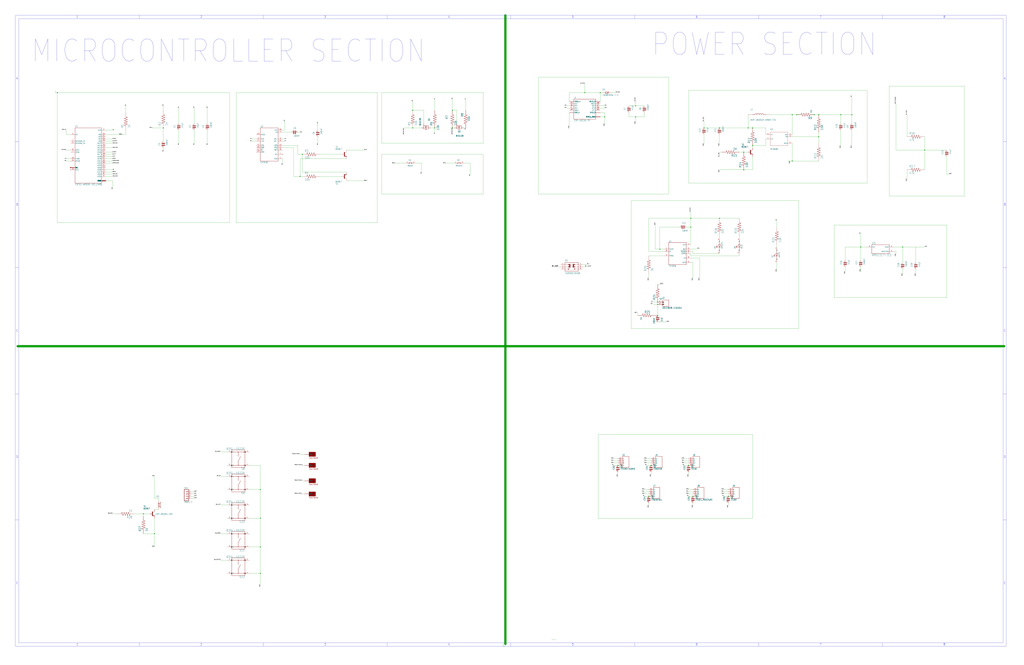
<source format=kicad_sch>
(kicad_sch (version 20231120) (generator "eeschema") (generator_version "8.0")
  (paper "User" 1178.56 765.886)
  (junction (at 673.1 106.68))
  (junction (at 942.34 157.48))
  (junction (at 187.96 147.32))
  (junction (at 299.72 596.9))
  (junction (at 937.26 132.08))
  (junction (at 759.46 287.02))
  (junction (at 756.92 363.22))
  (junction (at 866.14 167.64))
  (junction (at 756.92 347.98))
  (junction (at 911.86 185.42))
  (junction (at 474.98 127))
  (junction (at 855.98 195.58))
  (junction (at 911.86 132.08))
  (junction (at 795.02 251.46))
  (junction (at 866.14 147.32))
  (junction (at 500.38 147.32))
  (junction (at 731.52 121.92))
  (junction (at 711.2 535.94))
  (junction (at 347.98 177.8))
  (junction (at 797.56 571.5))
  (junction (at 861.06 147.32))
  (junction (at 990.6 284.48))
  (junction (at 299.72 629.92))
  (junction (at 520.7 147.32))
  (junction (at 1064.26 172.72))
  (junction (at 810.26 147.32))
  (junction (at 66.04 106.68))
  (junction (at 299.72 563.88))
  (junction (at 474.98 147.32))
  (junction (at 749.3 535.94))
  (junction (at 177.8 614.68))
  (junction (at 756.92 350.52))
  (junction (at 1038.86 284.48))
  (junction (at 299.72 660.4))
  (junction (at 828.04 251.46))
  (junction (at 942.34 132.08))
  (junction (at 690.88 106.68))
  (junction (at 967.74 132.08))
  (junction (at 731.52 134.62))
  (junction (at 695.96 134.62))
  (junction (at 795.02 261.62))
  (junction (at 855.98 175.26))
  (junction (at 916.94 132.08))
  (junction (at 838.2 571.5))
  (junction (at 345.44 203.2))
  (junction (at 828.04 147.32))
  (junction (at 746.76 571.5))
  (junction (at 520.7 127))
  (junction (at 980.44 132.08))
  (junction (at 165.1 591.82))
  (junction (at 792.48 535.94))
  (wire (pts (xy 1155.7 398.78) (xy 20.32 398.78)) (stroke (width 2.54)))
  (wire (pts (xy 795.02 287.02) (xy 802.64 287.02)) (stroke (width 0.1524)))
  (wire (pts (xy 121.92 200.66) (xy 129.54 200.66)) (stroke (width 0.1524)))
  (wire (pts (xy 756.92 363.22) (xy 756.92 350.52)) (stroke (width 0.1524)))
  (wire (pts (xy 121.92 198.12) (xy 129.54 198.12)) (stroke (width 0.1524)))
  (wire (pts (xy 350.52 523.24) (xy 345.44 523.24)) (stroke (width 0.1524)))
  (polyline (pts (xy 17.78 163.068) (xy 21.59 163.068)))
  (wire (pts (xy 645.16 307.34) (xy 642.62 307.34)) (stroke (width 0.1524)))
  (wire (pts (xy 325.12 170.18) (xy 337.82 170.18)) (stroke (width 0.1524)))
  (wire (pts (xy 746.76 571.5) (xy 741.68 571.5)) (stroke (width 0.1524)))
  (wire (pts (xy 63.5 104.14) (xy 63.5 106.68)) (stroke (width 0.1524)))
  (wire (pts (xy 688.34 596.9) (xy 688.34 500.38)) (stroke (width 0.1524)))
  (wire (pts (xy 63.5 106.68) (xy 66.04 106.68)) (stroke (width 0.1524)))
  (wire (pts (xy 731.52 121.92) (xy 731.52 116.84)) (stroke (width 0.1524)))
  (wire (pts (xy 271.78 106.68) (xy 434.34 106.68)) (stroke (width 0.1524)))
  (wire (pts (xy 1109.98 99.06) (xy 1023.62 99.06)) (stroke (width 0.1524)))
  (wire (pts (xy 911.86 185.42) (xy 942.34 185.42)) (stroke (width 0.1524)))
  (wire (pts (xy 525.78 127) (xy 520.7 127)) (stroke (width 0.1524)))
  (wire (pts (xy 121.92 203.2) (xy 129.54 203.2)) (stroke (width 0.1524)))
  (wire (pts (xy 838.2 571.5) (xy 833.12 571.5)) (stroke (width 0.1524)))
  (wire (pts (xy 337.82 203.2) (xy 345.44 203.2)) (stroke (width 0.1524)))
  (wire (pts (xy 121.92 154.94) (xy 144.78 154.94)) (stroke (width 0.1524)))
  (wire (pts (xy 746.76 314.96) (xy 746.76 320.04)) (stroke (width 0.1524)))
  (wire (pts (xy 220.98 574.04) (xy 223.52 574.04)) (stroke (width 0.1524)))
  (wire (pts (xy 1043.94 195.58) (xy 1043.94 205.74)) (stroke (width 0.1524)))
  (wire (pts (xy 368.3 177.8) (xy 393.7 177.8)) (stroke (width 0.1524)))
  (wire (pts (xy 866.14 500.38) (xy 866.14 596.9)) (stroke (width 0.1524)))
  (wire (pts (xy 764.54 294.64) (xy 746.76 294.64)) (stroke (width 0.1524)))
  (polyline (pts (xy 588.01 17.78) (xy 588.01 21.59)))
  (wire (pts (xy 134.62 591.82) (xy 129.54 591.82)) (stroke (width 0.1524)))
  (polyline (pts (xy 1015.6825 740.41) (xy 1015.6825 744.22)))
  (wire (pts (xy 398.78 172.72) (xy 419.1 172.72)) (stroke (width 0.1524)))
  (wire (pts (xy 439.42 223.52) (xy 439.42 177.8)) (stroke (width 0.1524)))
  (wire (pts (xy 795.02 302.26) (xy 797.56 302.26)) (stroke (width 0.1524)))
  (wire (pts (xy 795.02 292.1) (xy 795.02 294.64)) (stroke (width 0.1524)))
  (wire (pts (xy 911.86 154.94) (xy 911.86 132.08)) (stroke (width 0.1524)))
  (wire (pts (xy 261.62 614.68) (xy 254 614.68)) (stroke (width 0.1524)))
  (wire (pts (xy 350.52 553.72) (xy 347.98 553.72)) (stroke (width 0.1524)))
  (wire (pts (xy 165.1 594.36) (xy 165.1 591.82)) (stroke (width 0.1524)))
  (wire (pts (xy 731.52 121.92) (xy 741.68 121.92)) (stroke (width 0.1524)))
  (wire (pts (xy 238.76 149.86) (xy 238.76 165.1)) (stroke (width 0.1524)))
  (wire (pts (xy 797.56 571.5) (xy 792.48 571.5)) (stroke (width 0.1524)))
  (wire (pts (xy 556.26 223.52) (xy 439.42 223.52)) (stroke (width 0.1524)))
  (wire (pts (xy 690.88 129.54) (xy 695.96 129.54)) (stroke (width 0.1524)))
  (wire (pts (xy 731.52 134.62) (xy 741.68 134.62)) (stroke (width 0.1524)))
  (wire (pts (xy 342.9 167.64) (xy 342.9 177.8)) (stroke (width 0.1524)))
  (wire (pts (xy 789.94 261.62) (xy 795.02 261.62)) (stroke (width 0.1524)))
  (wire (pts (xy 990.6 284.48) (xy 972.82 284.48)) (stroke (width 0.1524)))
  (wire (pts (xy 1054.1 302.26) (xy 1054.1 284.48)) (stroke (width 0.1524)))
  (wire (pts (xy 960.12 342.9) (xy 960.12 259.08)) (stroke (width 0.1524)))
  (polyline (pts (xy 1154.43 453.644) (xy 1158.24 453.644)))
  (wire (pts (xy 990.6 299.72) (xy 990.6 284.48)) (stroke (width 0.1524)))
  (wire (pts (xy 881.38 154.94) (xy 881.38 147.32)) (stroke (width 0.1524)))
  (wire (pts (xy 187.96 162.56) (xy 187.96 147.32)) (stroke (width 0.1524)))
  (wire (pts (xy 980.44 149.86) (xy 980.44 167.64)) (stroke (width 0.1524)))
  (wire (pts (xy 520.7 127) (xy 520.7 114.3)) (stroke (width 0.1524)))
  (wire (pts (xy 581.66 741.68) (xy 579.12 741.68)) (stroke (width 0.1524)))
  (wire (pts (xy 619.76 223.52) (xy 619.76 88.9)) (stroke (width 0.1524)))
  (polyline (pts (xy 17.78 308.356) (xy 21.59 308.356)))
  (wire (pts (xy 520.7 147.32) (xy 523.24 147.32)) (stroke (width 0.1524)))
  (wire (pts (xy 398.78 182.88) (xy 345.44 182.88)) (stroke (width 0.1524)))
  (wire (pts (xy 792.48 535.94) (xy 787.4 535.94)) (stroke (width 0.1524)))
  (wire (pts (xy 916.94 132.08) (xy 922.02 132.08)) (stroke (width 0.1524)))
  (wire (pts (xy 723.9 129.54) (xy 723.9 134.62)) (stroke (width 0.1524)))
  (wire (pts (xy 972.82 307.34) (xy 972.82 312.42)) (stroke (width 0.1524)))
  (wire (pts (xy 345.44 203.2) (xy 347.98 203.2)) (stroke (width 0.1524)))
  (wire (pts (xy 690.88 116.84) (xy 690.88 106.68)) (stroke (width 0.1524)))
  (wire (pts (xy 182.88 576.58) (xy 182.88 574.04)) (stroke (width 0.1524)))
  (wire (pts (xy 66.04 256.54) (xy 66.04 106.68)) (stroke (width 0.1524)))
  (polyline (pts (xy 873.125 17.78) (xy 873.125 21.59)))
  (wire (pts (xy 937.26 132.08) (xy 942.34 132.08)) (stroke (width 0.1524)))
  (wire (pts (xy 368.3 203.2) (xy 393.7 203.2)) (stroke (width 0.1524)))
  (wire (pts (xy 998.22 210.82) (xy 792.48 210.82)) (stroke (width 0.1524)))
  (wire (pts (xy 1064.26 172.72) (xy 1064.26 195.58)) (stroke (width 0.1524)))
  (polyline (pts (xy 445.4525 17.78) (xy 445.4525 21.59)))
  (wire (pts (xy 967.74 132.08) (xy 980.44 132.08)) (stroke (width 0.1524)))
  (wire (pts (xy 81.28 154.94) (xy 76.2 154.94)) (stroke (width 0.1524)))
  (wire (pts (xy 579.12 744.22) (xy 581.66 744.22)) (stroke (width 0.1524)))
  (wire (pts (xy 894.08 302.26) (xy 894.08 309.88)) (stroke (width 0.1524)))
  (wire (pts (xy 177.8 548.64) (xy 177.8 574.04)) (stroke (width 0.1524)))
  (wire (pts (xy 121.92 149.86) (xy 129.54 149.86)) (stroke (width 0.1524)))
  (wire (pts (xy 121.92 165.1) (xy 129.54 165.1)) (stroke (width 0.1524)))
  (wire (pts (xy 655.32 106.68) (xy 655.32 116.84)) (stroke (width 0.1524)))
  (wire (pts (xy 749.3 535.94) (xy 744.22 535.94)) (stroke (width 0.1524)))
  (polyline (pts (xy 302.895 740.41) (xy 302.895 744.22)))
  (wire (pts (xy 439.42 177.8) (xy 556.26 177.8)) (stroke (width 0.1524)))
  (wire (pts (xy 866.14 180.34) (xy 866.14 195.58)) (stroke (width 0.1524)))
  (wire (pts (xy 695.96 129.54) (xy 695.96 134.62)) (stroke (width 0.1524)))
  (wire (pts (xy 756.92 327.66) (xy 759.46 327.66)) (stroke (width 0.1524)))
  (wire (pts (xy 990.6 307.34) (xy 990.6 312.42)) (stroke (width 0.1524)))
  (wire (pts (xy 287.02 535.94) (xy 299.72 535.94)) (stroke (width 0.1524)))
  (wire (pts (xy 264.16 106.68) (xy 264.16 256.54)) (stroke (width 0.1524)))
  (polyline (pts (xy 1154.43 21.59) (xy 21.59 21.59)))
  (wire (pts (xy 1089.66 180.34) (xy 1089.66 200.66)) (stroke (width 0.1524)))
  (wire (pts (xy 894.08 261.62) (xy 894.08 254)) (stroke (width 0.1524)))
  (wire (pts (xy 795.02 251.46) (xy 828.04 251.46)) (stroke (width 0.1524)))
  (wire (pts (xy 1031.24 289.56) (xy 1031.24 292.1)) (stroke (width 0.1524)))
  (wire (pts (xy 1089.66 200.66) (xy 1092.2 200.66)) (stroke (width 0.1524)))
  (wire (pts (xy 764.54 289.56) (xy 746.76 289.56)) (stroke (width 0.1524)))
  (wire (pts (xy 792.48 543.56) (xy 792.48 546.1)) (stroke (width 0.1524)))
  (polyline (pts (xy 445.4525 740.41) (xy 445.4525 744.22)))
  (wire (pts (xy 1043.94 157.48) (xy 1043.94 132.08)) (stroke (width 0.1524)))
  (polyline (pts (xy 160.3375 17.78) (xy 160.3375 21.59)))
  (polyline (pts (xy 730.5675 740.41) (xy 730.5675 744.22)))
  (wire (pts (xy 144.78 129.54) (xy 144.78 121.92)) (stroke (width 0.1524)))
  (wire (pts (xy 726.44 231.14) (xy 919.48 231.14)) (stroke (width 0.1524)))
  (wire (pts (xy 525.78 142.24) (xy 525.78 127)) (stroke (width 0.1524)))
  (wire (pts (xy 294.64 162.56) (xy 289.56 162.56)) (stroke (width 0.1524)))
  (wire (pts (xy 1064.26 157.48) (xy 1064.26 172.72)) (stroke (width 0.1524)))
  (wire (pts (xy 347.98 198.12) (xy 347.98 177.8)) (stroke (width 0.1524)))
  (wire (pts (xy 850.9 294.64) (xy 850.9 292.1)) (stroke (width 0.1524)))
  (wire (pts (xy 1109.98 226.06) (xy 1109.98 99.06)) (stroke (width 0.1524)))
  (wire (pts (xy 1089.66 172.72) (xy 1064.26 172.72)) (stroke (width 0.1524)))
  (wire (pts (xy 830.58 175.26) (xy 828.04 175.26)) (stroke (width 0.1524)))
  (wire (pts (xy 670.56 304.8) (xy 675.64 304.8)) (stroke (width 0.1524)))
  (wire (pts (xy 299.72 563.88) (xy 299.72 596.9)) (stroke (width 0.1524)))
  (wire (pts (xy 690.88 121.92) (xy 695.96 121.92)) (stroke (width 0.1524)))
  (polyline (pts (xy 17.78 598.932) (xy 21.59 598.932)))
  (wire (pts (xy 810.26 147.32) (xy 810.26 139.7)) (stroke (width 0.1524)))
  (wire (pts (xy 177.8 596.9) (xy 177.8 614.68)) (stroke (width 0.1524)))
  (wire (pts (xy 154.94 591.82) (xy 165.1 591.82)) (stroke (width 0.1524)))
  (wire (pts (xy 769.62 88.9) (xy 769.62 223.52)) (stroke (width 0.1524)))
  (wire (pts (xy 187.96 147.32) (xy 175.26 147.32)) (stroke (width 0.1524)))
  (polyline (pts (xy 1154.43 163.068) (xy 1158.24 163.068)))
  (wire (pts (xy 1089.66 259.08) (xy 1089.66 342.9)) (stroke (width 0.1524)))
  (wire (pts (xy 942.34 157.48) (xy 942.34 165.1)) (stroke (width 0.1524)))
  (wire (pts (xy 688.34 500.38) (xy 866.14 500.38)) (stroke (width 0.1524)))
  (wire (pts (xy 398.78 198.12) (xy 347.98 198.12)) (stroke (width 0.1524)))
  (wire (pts (xy 998.22 284.48) (xy 990.6 284.48)) (stroke (width 0.1524)))
  (polyline (pts (xy 21.59 21.59) (xy 21.59 740.41)))
  (wire (pts (xy 205.74 142.24) (xy 205.74 124.46)) (stroke (width 0.1524)))
  (wire (pts (xy 746.76 568.96) (xy 741.68 568.96)) (stroke (width 0.1524)))
  (wire (pts (xy 838.2 566.42) (xy 833.12 566.42)) (stroke (width 0.1524)))
  (wire (pts (xy 911.86 165.1) (xy 911.86 185.42)) (stroke (width 0.1524)))
  (wire (pts (xy 695.96 134.62) (xy 695.96 142.24)) (stroke (width 0.1524)))
  (wire (pts (xy 299.72 660.4) (xy 299.72 673.1)) (stroke (width 0.1524)))
  (wire (pts (xy 500.38 147.32) (xy 500.38 152.4)) (stroke (width 0.1524)))
  (wire (pts (xy 533.4 147.32) (xy 535.94 147.32)) (stroke (width 0.1524)))
  (wire (pts (xy 998.22 104.14) (xy 998.22 210.82)) (stroke (width 0.1524)))
  (wire (pts (xy 690.88 106.68) (xy 673.1 106.68)) (stroke (width 0.1524)))
  (wire (pts (xy 1028.7 289.56) (xy 1031.24 289.56)) (stroke (width 0.1524)))
  (wire (pts (xy 325.12 152.4) (xy 335.28 152.4)) (stroke (width 0.1524)))
  (wire (pts (xy 398.78 208.28) (xy 419.1 208.28)) (stroke (width 0.1524)))
  (wire (pts (xy 711.2 528.32) (xy 706.12 528.32)) (stroke (width 0.1524)))
  (wire (pts (xy 121.92 175.26) (xy 129.54 175.26)) (stroke (width 0.1524)))
  (wire (pts (xy 327.66 149.86) (xy 327.66 139.7)) (stroke (width 0.1524)))
  (wire (pts (xy 121.92 187.96) (xy 129.54 187.96)) (stroke (width 0.1524)))
  (wire (pts (xy 711.2 533.4) (xy 706.12 533.4)) (stroke (width 0.1524)))
  (wire (pts (xy 942.34 152.4) (xy 942.34 157.48)) (stroke (width 0.1524)))
  (wire (pts (xy 556.26 165.1) (xy 556.26 106.68)) (stroke (width 0.1524)))
  (wire (pts (xy 919.48 378.46) (xy 726.44 378.46)) (stroke (width 0.1524)))
  (wire (pts (xy 1023.62 226.06) (xy 1109.98 226.06)) (stroke (width 0.1524)))
  (wire (pts (xy 911.86 185.42) (xy 906.78 185.42)) (stroke (width 0.1524)))
  (wire (pts (xy 434.34 256.54) (xy 271.78 256.54)) (stroke (width 0.1524)))
  (wire (pts (xy 121.92 160.02) (xy 129.54 160.02)) (stroke (width 0.1524)))
  (wire (pts (xy 299.72 535.94) (xy 299.72 563.88)) (stroke (width 0.1524)))
  (wire (pts (xy 287.02 660.4) (xy 299.72 660.4)) (stroke (width 0.1524)))
  (wire (pts (xy 731.52 134.62) (xy 731.52 139.7)) (stroke (width 0.1524)))
  (wire (pts (xy 797.56 292.1) (xy 828.04 292.1)) (stroke (width 0.1524)))
  (wire (pts (xy 287.02 629.92) (xy 299.72 629.92)) (stroke (width 0.1524)))
  (wire (pts (xy 365.76 149.86) (xy 365.76 142.24)) (stroke (width 0.1524)))
  (wire (pts (xy 439.42 106.68) (xy 439.42 165.1)) (stroke (width 0.1524)))
  (polyline (pts (xy 588.01 740.41) (xy 588.01 744.22)))
  (wire (pts (xy 261.62 548.64) (xy 254 548.64)) (stroke (width 0.1524)))
  (wire (pts (xy 861.06 147.32) (xy 866.14 147.32)) (stroke (width 0.1524)))
  (wire (pts (xy 350.52 568.96) (xy 347.98 568.96)) (stroke (width 0.1524)))
  (polyline (pts (xy 1154.43 740.41) (xy 21.59 740.41)))
  (wire (pts (xy 299.72 629.92) (xy 299.72 660.4)) (stroke (width 0.1524)))
  (wire (pts (xy 144.78 154.94) (xy 144.78 149.86)) (stroke (width 0.1524)))
  (wire (pts (xy 76.2 154.94) (xy 76.2 149.86)) (stroke (width 0.1524)))
  (wire (pts (xy 500.38 127) (xy 500.38 114.3)) (stroke (width 0.1524)))
  (wire (pts (xy 932.18 132.08) (xy 937.26 132.08)) (stroke (width 0.1524)))
  (wire (pts (xy 121.92 185.42) (xy 129.54 185.42)) (stroke (width 0.1524)))
  (wire (pts (xy 797.56 289.56) (xy 797.56 292.1)) (stroke (width 0.1524)))
  (polyline (pts (xy 730.5675 17.78) (xy 730.5675 21.59)))
  (wire (pts (xy 797.56 566.42) (xy 792.48 566.42)) (stroke (width 0.1524)))
  (wire (pts (xy 129.54 208.28) (xy 129.54 215.9)) (stroke (width 0.1524)))
  (wire (pts (xy 287.02 596.9) (xy 299.72 596.9)) (stroke (width 0.1524)))
  (wire (pts (xy 967.74 149.86) (xy 967.74 167.64)) (stroke (width 0.1524)))
  (wire (pts (xy 121.92 170.18) (xy 129.54 170.18)) (stroke (width 0.1524)))
  (wire (pts (xy 746.76 566.42) (xy 741.68 566.42)) (stroke (width 0.1524)))
  (wire (pts (xy 759.46 287.02) (xy 754.38 287.02)) (stroke (width 0.1524)))
  (wire (pts (xy 165.1 614.68) (xy 177.8 614.68)) (stroke (width 0.1524)))
  (polyline (pts (xy 1015.6825 17.78) (xy 1015.6825 21.59)))
  (wire (pts (xy 655.32 121.92) (xy 652.78 121.92)) (stroke (width 0.1524)))
  (wire (pts (xy 121.92 208.28) (xy 129.54 208.28)) (stroke (width 0.1524)))
  (wire (pts (xy 792.48 530.86) (xy 787.4 530.86)) (stroke (width 0.1524)))
  (wire (pts (xy 795.02 289.56) (xy 797.56 289.56)) (stroke (width 0.1524)))
  (wire (pts (xy 746.76 579.12) (xy 746.76 581.66)) (stroke (width 0.1524)))
  (wire (pts (xy 1089.66 342.9) (xy 960.12 342.9)) (stroke (width 0.1524)))
  (wire (pts (xy 1054.1 309.88) (xy 1054.1 314.96)) (stroke (width 0.1524)))
  (wire (pts (xy 205.74 149.86) (xy 205.74 165.1)) (stroke (width 0.1524)))
  (wire (pts (xy 655.32 124.46) (xy 652.78 124.46)) (stroke (width 0.1524)))
  (wire (pts (xy 746.76 289.56) (xy 746.76 251.46)) (stroke (width 0.1524)))
  (polyline (pts (xy 160.3375 740.41) (xy 160.3375 744.22)))
  (wire (pts (xy 792.48 533.4) (xy 787.4 533.4)) (stroke (width 0.1524)))
  (wire (pts (xy 474.98 127) (xy 474.98 116.84)) (stroke (width 0.1524)))
  (wire (pts (xy 861.06 132.08) (xy 861.06 147.32)) (stroke (width 0.1524)))
  (wire (pts (xy 723.9 121.92) (xy 731.52 121.92)) (stroke (width 0.1524)))
  (wire (pts (xy 670.56 307.34) (xy 673.1 307.34)) (stroke (width 0.1524)))
  (wire (pts (xy 535.94 127) (xy 535.94 114.3)) (stroke (width 0.1524)))
  (wire (pts (xy 294.64 160.02) (xy 289.56 160.02)) (stroke (width 0.1524)))
  (wire (pts (xy 838.2 563.88) (xy 833.12 563.88)) (stroke (width 0.1524)))
  (wire (pts (xy 520.7 147.32) (xy 518.16 147.32)) (stroke (width 0.1524)))
  (wire (pts (xy 866.14 170.18) (xy 866.14 167.64)) (stroke (width 0.1524)))
  (polyline (pts (xy 873.125 740.41) (xy 873.125 744.22)))
  (wire (pts (xy 325.12 182.88) (xy 325.12 187.96)) (stroke (width 0.1524)))
  (wire (pts (xy 690.88 106.68) (xy 693.42 106.68)) (stroke (width 0.1524)))
  (wire (pts (xy 972.82 284.48) (xy 972.82 299.72)) (stroke (width 0.1524)))
  (wire (pts (xy 960.12 259.08) (xy 1089.66 259.08)) (stroke (width 0.1524)))
  (wire (pts (xy 756.92 350.52) (xy 751.84 350.52)) (stroke (width 0.1524)))
  (wire (pts (xy 734.06 363.22) (xy 734.06 360.68)) (stroke (width 0.1524)))
  (wire (pts (xy 673.1 106.68) (xy 673.1 96.52)) (stroke (width 0.1524)))
  (wire (pts (xy 1064.26 172.72) (xy 1031.24 172.72)) (stroke (width 0.1524)))
  (wire (pts (xy 866.14 596.9) (xy 688.34 596.9)) (stroke (width 0.1524)))
  (wire (pts (xy 187.96 127) (xy 187.96 121.92)) (stroke (width 0.1524)))
  (wire (pts (xy 165.1 591.82) (xy 172.72 591.82)) (stroke (width 0.1524)))
  (wire (pts (xy 238.76 142.24) (xy 238.76 124.46)) (stroke (width 0.1524)))
  (wire (pts (xy 350.52 535.94) (xy 347.98 535.94)) (stroke (width 0.1524)))
  (wire (pts (xy 792.48 528.32) (xy 787.4 528.32)) (stroke (width 0.1524)))
  (wire (pts (xy 980.44 142.24) (xy 980.44 132.08)) (stroke (width 0.1524)))
  (wire (pts (xy 850.9 271.78) (xy 850.9 274.32)) (stroke (width 0.1524)))
  (wire (pts (xy 792.48 210.82) (xy 792.48 104.14)) (stroke (width 0.1524)))
  (wire (pts (xy 655.32 129.54) (xy 655.32 144.78)) (stroke (width 0.1524)))
  (wire (pts (xy 579.12 741.68) (xy 579.12 744.22)) (stroke (width 0.1524)))
  (wire (pts (xy 541.02 187.96) (xy 541.02 200.66)) (stroke (width 0.1524)))
  (wire (pts (xy 741.68 134.62) (xy 741.68 129.54)) (stroke (width 0.1524)))
  (wire (pts (xy 749.3 530.86) (xy 744.22 530.86)) (stroke (width 0.1524)))
  (wire (pts (xy 121.92 180.34) (xy 129.54 180.34)) (stroke (width 0.1524)))
  (wire (pts (xy 797.56 302.26) (xy 797.56 320.04)) (stroke (width 0.1524)))
  (wire (pts (xy 838.2 579.12) (xy 838.2 581.66)) (stroke (width 0.1524)))
  (wire (pts (xy 703.58 106.68) (xy 708.66 106.68)) (stroke (width 0.1524)))
  (wire (pts (xy 886.46 132.08) (xy 911.86 132.08)) (stroke (width 0.1524)))
  (wire (pts (xy 795.02 281.94) (xy 795.02 261.62)) (stroke (width 0.1524)))
  (wire (pts (xy 881.38 147.32) (xy 866.14 147.32)) (stroke (width 0.1524)))
  (wire (pts (xy 264.16 256.54) (xy 66.04 256.54)) (stroke (width 0.1524)))
  (wire (pts (xy 619.76 88.9) (xy 769.62 88.9)) (stroke (width 0.1524)))
  (wire (pts (xy 855.98 195.58) (xy 828.04 195.58)) (stroke (width 0.1524)))
  (wire (pts (xy 746.76 563.88) (xy 741.68 563.88)) (stroke (width 0.1524)))
  (wire (pts (xy 754.38 363.22) (xy 756.92 363.22)) (stroke (width 0.1524)))
  (wire (pts (xy 797.56 568.96) (xy 792.48 568.96)) (stroke (width 0.1524)))
  (wire (pts (xy 759.46 261.62) (xy 759.46 287.02)) (stroke (width 0.1524)))
  (wire (pts (xy 850.9 175.26) (xy 855.98 175.26)) (stroke (width 0.1524)))
  (wire (pts (xy 1038.86 302.26) (xy 1038.86 284.48)) (stroke (width 0.1524)))
  (wire (pts (xy 439.42 165.1) (xy 556.26 165.1)) (stroke (width 0.1524)))
  (wire (pts (xy 723.9 134.62) (xy 731.52 134.62)) (stroke (width 0.1524)))
  (wire (pts (xy 261.62 581.66) (xy 254 581.66)) (stroke (width 0.1524)))
  (wire (pts (xy 838.2 568.96) (xy 833.12 568.96)) (stroke (width 0.1524)))
  (wire (pts (xy 795.02 261.62) (xy 795.02 251.46)) (stroke (width 0.1524)))
  (wire (pts (xy 485.14 187.96) (xy 485.14 198.12)) (stroke (width 0.1524)))
  (wire (pts (xy 756.92 370.84) (xy 767.08 370.84)) (stroke (width 0.1524)))
  (wire (pts (xy 271.78 256.54) (xy 271.78 106.68)) (stroke (width 0.1524)))
  (wire (pts (xy 467.36 187.96) (xy 454.66 187.96)) (stroke (width 0.1524)))
  (wire (pts (xy 828.04 251.46) (xy 850.9 251.46)) (stroke (width 0.1524)))
  (wire (pts (xy 810.26 147.32) (xy 828.04 147.32)) (stroke (width 0.1524)))
  (wire (pts (xy 711.2 543.56) (xy 711.2 546.1)) (stroke (width 0.1524)))
  (wire (pts (xy 487.68 127) (xy 474.98 127)) (stroke (width 0.1524)))
  (wire (pts (xy 797.56 563.88) (xy 792.48 563.88)) (stroke (width 0.1524)))
  (wire (pts (xy 795.02 294.64) (xy 850.9 294.64)) (stroke (width 0.1524)))
  (wire (pts (xy 894.08 281.94) (xy 894.08 284.48)) (stroke (width 0.1524)))
  (wire (pts (xy 177.8 614.68) (xy 177.8 629.92)) (stroke (width 0.1524)))
  (wire (pts (xy 690.88 124.46) (xy 695.96 124.46)) (stroke (width 0.1524)))
  (wire (pts (xy 81.28 182.88) (xy 76.2 182.88)) (stroke (width 0.1524)))
  (wire (pts (xy 810.26 154.94) (xy 810.26 165.1)) (stroke (width 0.1524)))
  (wire (pts (xy 325.12 162.56) (xy 327.66 162.56)) (stroke (width 0.1524)))
  (wire (pts (xy 881.38 167.64) (xy 866.14 167.64)) (stroke (width 0.1524)))
  (wire (pts (xy 711.2 530.86) (xy 706.12 530.86)) (stroke (width 0.1524)))
  (wire (pts (xy 345.44 182.88) (xy 345.44 203.2)) (stroke (width 0.1524)))
  (wire (pts (xy 749.3 528.32) (xy 744.22 528.32)) (stroke (width 0.1524)))
  (wire (pts (xy 751.84 347.98) (xy 756.92 347.98)) (stroke (width 0.1524)))
  (wire (pts (xy 220.98 571.5) (xy 223.52 571.5)) (stroke (width 0.1524)))
  (wire (pts (xy 1054.1 284.48) (xy 1064.26 284.48)) (stroke (width 0.1524)))
  (wire (pts (xy 911.86 157.48) (xy 942.34 157.48)) (stroke (width 0.1524)))
  (wire (pts (xy 746.76 251.46) (xy 795.02 251.46)) (stroke (width 0.1524)))
  (wire (pts (xy 795.02 297.18) (xy 805.18 297.18)) (stroke (width 0.1524)))
  (polyline (pts (xy 1154.43 598.932) (xy 1158.24 598.932)))
  (wire (pts (xy 66.04 106.68) (xy 264.16 106.68)) (stroke (width 0.1524)))
  (wire (pts (xy 121.92 195.58) (xy 129.54 195.58)) (stroke (width 0.1524)))
  (wire (pts (xy 121.92 162.56) (xy 129.54 162.56)) (stroke (width 0.1524)))
  (wire (pts (xy 495.3 147.32) (xy 500.38 147.32)) (stroke (width 0.1524)))
  (wire (pts (xy 581.66 17.78) (xy 581.66 741.68)) (stroke (width 2.54)))
  (wire (pts (xy 726.44 378.46) (xy 726.44 231.14)) (stroke (width 0.1524)))
  (wire (pts (xy 485.14 147.32) (xy 474.98 147.32)) (stroke (width 0.1524)))
  (wire (pts (xy 187.96 170.18) (xy 187.96 172.72)) (stroke (width 0.1524)))
  (wire (pts (xy 980.44 132.08) (xy 980.44 111.76)) (stroke (width 0.1524)))
  (wire (pts (xy 861.06 175.26) (xy 855.98 175.26)) (stroke (width 0.1524)))
  (wire (pts (xy 782.32 261.62) (xy 759.46 261.62)) (stroke (width 0.1524)))
  (wire (pts (xy 797.56 579.12) (xy 797.56 581.66)) (stroke (width 0.1524)))
  (wire (pts (xy 711.2 535.94) (xy 706.12 535.94)) (stroke (width 0.1524)))
  (wire (pts (xy 523.24 187.96) (xy 513.08 187.96)) (stroke (width 0.1524)))
  (wire (pts (xy 81.28 185.42) (xy 76.2 185.42)) (stroke (width 0.1524)))
  (wire (pts (xy 635 736.6) (xy 640.08 736.6)) (stroke (width 0.1524)))
  (wire (pts (xy 795.02 251.46) (xy 795.02 243.84)) (stroke (width 0.1524)))
  (polyline (pts (xy 302.895 17.78) (xy 302.895 21.59)))
  (wire (pts (xy 325.12 149.86) (xy 327.66 149.86)) (stroke (width 0.1524)))
  (wire (pts (xy 261.62 645.16) (xy 254 645.16)) (stroke (width 0.1524)))
  (wire (pts (xy 942.34 132.08) (xy 967.74 132.08)) (stroke (width 0.1524)))
  (polyline (pts (xy 1154.43 308.356) (xy 1158.24 308.356)))
  (wire (pts (xy 919.48 231.14) (xy 919.48 378.46)) (stroke (width 0.1524)))
  (polyline (pts (xy 17.78 453.644) (xy 21.59 453.644)))
  (wire (pts (xy 325.12 167.64) (xy 342.9 167.64)) (stroke (width 0.1524)))
  (wire (pts (xy 866.14 195.58) (xy 855.98 195.58)) (stroke (width 0.1524)))
  (wire (pts (xy 792.48 104.14) (xy 998.22 104.14)) (stroke (width 0.1524)))
  (wire (pts (xy 990.6 284.48) (xy 990.6 269.24)) (stroke (width 0.1524)))
  (wire (pts (xy 759.46 287.02) (xy 764.54 287.02)) (stroke (width 0.1524)))
  (wire (pts (xy 474.98 147.32) (xy 464.82 147.32)) (stroke (width 0.1524)))
  (wire (pts (xy 81.28 172.72) (xy 76.2 172.72)) (stroke (width 0.1524)))
  (wire (pts (xy 342.9 152.4) (xy 345.44 152.4)) (stroke (width 0.1524)))
  (wire (pts (xy 337.82 170.18) (xy 337.82 203.2)) (stroke (width 0.1524)))
  (wire (pts (xy 673.1 106.68) (xy 655.32 106.68)) (stroke (width 0.1524)))
  (wire (pts (xy 223.52 142.24) (xy 223.52 124.46)) (stroke (width 0.1524)))
  (wire (pts (xy 828.04 147.32) (xy 861.06 147.32)) (stroke (width 0.1524)))
  (wire (pts (xy 365.76 157.48) (xy 365.76 165.1)) (stroke (width 0.1524)))
  (wire (pts (xy 1038.86 309.88) (xy 1038.86 314.96)) (stroke (width 0.1524)))
  (wire (pts (xy 828.04 154.94) (xy 828.04 165.1)) (stroke (width 0.1524)))
  (wire (pts (xy 177.8 586.74) (xy 182.88 586.74)) (stroke (width 0.1524)))
  (wire (pts (xy 805.18 297.18) (xy 805.18 320.04)) (stroke (width 0.1524)))
  (wire (pts (xy 828.04 271.78) (xy 828.04 274.32)) (stroke (width 0.1524)))
  (wire (pts (xy 223.52 149.86) (xy 223.52 165.1)) (stroke (width 0.1524)))
  (wire (pts (xy 299.72 596.9) (xy 299.72 629.92)) (stroke (width 0.1524)))
  (wire (pts (xy 182.88 574.04) (xy 177.8 574.04)) (stroke (width 0.1524)))
  (wire (pts (xy 754.38 287.02) (xy 754.38 259.08)) (stroke (width 0.1524)))
  (wire (pts (xy 556.26 177.8) (xy 556.26 223.52)) (stroke (width 0.1524)))
  (wire (pts (xy 967.74 142.24) (xy 967.74 132.08)) (stroke (width 0.1524)))
  (wire (pts (xy 1038.86 284.48) (xy 1054.1 284.48)) (stroke (width 0.1524)))
  (wire (pts (xy 690.88 134.62) (xy 695.96 134.62)) (stroke (width 0.1524)))
  (wire (pts (xy 487.68 142.24) (xy 487.68 127)) (stroke (width 0.1524)))
  (wire (pts (xy 749.3 533.4) (xy 744.22 533.4)) (stroke (width 0.1524)))
  (wire (pts (xy 342.9 177.8) (xy 347.98 177.8)) (stroke (width 0.1524)))
  (wire (pts (xy 121.92 182.88) (xy 129.54 182.88)) (stroke (width 0.1524)))
  (wire (pts (xy 220.98 568.96) (xy 223.52 568.96)) (stroke (width 0.1524)))
  (wire (pts (xy 533.4 187.96) (xy 541.02 187.96)) (stroke (width 0.1524)))
  (wire (pts (xy 1031.24 172.72) (xy 1031.24 119.38)) (stroke (width 0.1524)))
  (wire (pts (xy 769.62 223.52) (xy 619.76 223.52)) (stroke (width 0.1524)))
  (wire (pts (xy 1023.62 99.06) (xy 1023.62 226.06)) (stroke (width 0.1524)))
  (wire (pts (xy 556.26 106.68) (xy 439.42 106.68)) (stroke (width 0.1524)))
  (wire (pts (xy 287.02 563.88) (xy 299.72 563.88)) (stroke (width 0.1524)))
  (wire (pts (xy 121.92 177.8) (xy 129.54 177.8)) (stroke (width 0.1524)))
  (wire (pts (xy 434.34 106.68) (xy 434.34 256.54)) (stroke (width 0.1524)))
  (wire (pts (xy 220.98 566.42) (xy 223.52 566.42)) (stroke (width 0.1524)))
  (wire (pts (xy 261.62 520.7) (xy 254 520.7)) (stroke (width 0.1524)))
  (wire (pts (xy 749.3 543.56) (xy 749.3 546.1)) (stroke (width 0.1524)))
  (polyline (pts (xy 1154.43 21.59) (xy 1154.43 740.41)))
  (wire (pts (xy 881.38 160.02) (xy 881.38 167.64)) (stroke (width 0.1524)))
  (wire (pts (xy 477.52 187.96) (xy 485.14 187.96)) (stroke (width 0.1524)))
  (wire (pts (xy 911.86 132.08) (xy 916.94 132.08)) (stroke (width 0.1524)))
  (wire (pts (xy 325.12 160.02) (xy 327.66 160.02)) (stroke (width 0.1524)))
  (wire (pts (xy 1028.7 284.48) (xy 1038.86 284.48)) (stroke (width 0.1524)))
  (polyline (pts (xy 17.78 17.78) (xy 1158.24 17.78) (xy 1158.24 744.22) (xy 17.78 744.22) (xy 17.78 17.78)))
  (text "2" (at 231.6162 19.685 0) (effects (font (size 2.54 2.286))))
  (text "1" (at 89.0587 742.315 0) (effects (font (size 2.54 2.286))))
  (text "5" (at 659.2888 19.685 0) (effects (font (size 2.54 2.286))))
  (text "POWER SECTION" (at 749.3 66.04 0) (effects (font (size 25.4 21.59)) (justify left bottom)))
  (text "E" (at 19.685 671.576 0) (effects (font (size 2.54 2.286))))
  (text "6" (at 801.8463 742.315 0) (effects (font (size 2.54 2.286))))
  (text "B" (at 19.685 235.712 0) (effects (font (size 2.54 2.286))))
  (text "1" (at 89.0587 19.685 0) (effects (font (size 2.54 2.286))))
  (text "4" (at 516.7312 19.685 0) (effects (font (size 2.54 2.286))))
  (text "5" (at 659.2888 742.315 0) (effects (font (size 2.54 2.286))))
  (text "4" (at 516.7312 742.315 0) (effects (font (size 2.54 2.286))))
  (text "D" (at 1156.335 526.288 0) (effects (font (size 2.54 2.286))))
  (text "3" (at 374.1737 742.315 0) (effects (font (size 2.54 2.286))))
  (text "C" (at 19.685 381 0) (effects (font (size 2.54 2.286))))
  (text "B" (at 1156.335 235.712 0) (effects (font (size 2.54 2.286))))
  (text "3" (at 374.1737 19.685 0) (effects (font (size 2.54 2.286))))
  (text "2" (at 231.6162 742.315 0) (effects (font (size 2.54 2.286))))
  (text "8" (at 1086.9613 19.685 0) (effects (font (size 2.54 2.286))))
  (text "C" (at 1156.335 381 0) (effects (font (size 2.54 2.286))))
  (text "6" (at 801.8463 19.685 0) (effects (font (size 2.54 2.286))))
  (text "7" (at 944.4038 19.685 0) (effects (font (size 2.54 2.286))))
  (text "A" (at 1156.335 90.424 0) (effects (font (size 2.54 2.286))))
  (text "7" (at 944.4038 742.315 0) (effects (font (size 2.54 2.286))))
  (text "D" (at 19.685 526.288 0) (effects (font (size 2.54 2.286))))
  (text "MICROCONTROLLER SECTION" (at 35.56 73.66 0) (effects (font (size 25.4 21.59)) (justify left bottom)))
  (text "8" (at 1086.9613 742.315 0) (effects (font (size 2.54 2.286))))
  (text "A" (at 19.685 90.424 0) (effects (font (size 2.54 2.286))))
  (text "E" (at 1156.335 671.576 0) (effects (font (size 2.54 2.286))))
  (label "SW_RIGHT" (at 254 520.7 180) (effects (font (size 0.889 0.889))))
  (label "DA-" (at 652.78 124.46 180) (effects (font (size 0.889 0.889))))
  (label "GND" (at 828.04 195.58 270) (effects (font (size 0.889 0.889))))
  (label "CONTROLLER_SCL" (at 464.82 147.32 270) (effects (font (size 0.569 0.569))))
  (label "ESP_EN" (at 175.26 147.32 180) (effects (font (size 0.569 0.569))))
  (label "TOUCH_PAD_1" (at 129.54 200.66 0) (effects (font (size 0.569 0.569))))
  (label "3V3" (at 238.76 124.46 90) (effects (font (size 0.569 0.569))))
  (label "SDA" (at 535.94 147.32 270) (effects (font (size 0.569 0.569))))
  (label "ESP_EN" (at 513.08 187.96 180) (effects (font (size 0.569 0.569))))
  (label "GND" (at 695.96 142.24 270) (effects (font (size 0.889 0.889))))
  (label "GND" (at 792.48 563.88 180) (effects (font (size 0.889 0.889))))
  (label "GND" (at 706.12 528.32 180) (effects (font (size 0.889 0.889))))
  (label "5V" (at 744.22 535.94 180) (effects (font (size 0.889 0.889))))
  (label "3V3" (at 205.74 124.46 90) (effects (font (size 0.569 0.569))))
  (label "SW_DOWN" (at 254 614.68 180) (effects (font (size 0.889 0.889))))
  (label "BATT_GAUGE" (at 1031.24 119.38 90) (effects (font (size 0.889 0.889))))
  (label "5V_OUT" (at 795.02 243.84 90) (effects (font (size 0.889 0.889))))
  (label "SW_DOWN" (at 129.54 175.26 0) (effects (font (size 0.569 0.569))))
  (label "DA+" (at 695.96 124.46 0) (effects (font (size 0.889 0.889))))
  (label "BOOT_0" (at 137.16 154.94 0) (effects (font (size 0.569 0.569))))
  (label "SDA" (at 787.4 533.4 180) (effects (font (size 0.889 0.889))))
  (label "GND" (at 325.12 187.96 270) (effects (font (size 0.569 0.569))))
  (label "GND" (at 805.18 320.04 270) (effects (font (size 0.889 0.889))))
  (label "3V3" (at 223.52 124.46 90) (effects (font (size 0.569 0.569))))
  (label "SW_UP" (at 129.54 180.34 0) (effects (font (size 0.569 0.569))))
  (label "GND" (at 485.14 198.12 270) (effects (font (size 0.569 0.569))))
  (label "TXD" (at 289.56 160.02 180) (effects (font (size 0.569 0.569))))
  (label "5V" (at 833.12 571.5 180) (effects (font (size 0.889 0.889))))
  (label "GND" (at 797.56 320.04 270) (effects (font (size 0.889 0.889))))
  (label "GND" (at 754.38 259.08 90) (effects (font (size 0.889 0.889))))
  (label "CONTROLLER_SCL" (at 129.54 187.96 0) (effects (font (size 0.569 0.569))))
  (label "GND" (at 787.4 528.32 180) (effects (font (size 0.889 0.889))))
  (label "SDA" (at 792.48 568.96 180) (effects (font (size 0.889 0.889))))
  (label "GND" (at 909.32 185.42 270) (effects (font (size 0.889 0.889))))
  (label "5V" (at 741.68 571.5 180) (effects (font (size 0.889 0.889))))
  (label "GND" (at 299.72 673.1 270) (effects (font (size 0.889 0.889))))
  (label "GND" (at 894.08 309.88 270) (effects (font (size 0.889 0.889))))
  (label "SCL" (at 500.38 152.4 270) (effects (font (size 0.569 0.569))))
  (label "TOUCH_PAD_2" (at 347.98 553.72 180) (effects (font (size 0.889 0.889))))
  (label "GND" (at 972.82 312.42 270) (effects (font (size 0.889 0.889))))
  (label "SCL" (at 223.52 568.96 0) (effects (font (size 0.889 0.889))))
  (label "3V3" (at 327.66 139.7 90) (effects (font (size 0.569 0.569))))
  (label "SDA" (at 706.12 533.4 180) (effects (font (size 0.889 0.889))))
  (label "GND" (at 223.52 574.04 0) (effects (font (size 0.889 0.889))))
  (label "GND" (at 990.6 309.88 270) (effects (font (size 0.889 0.889))))
  (label "GND" (at 1054.1 314.96 270) (effects (font (size 0.889 0.889))))
  (label "SDA" (at 741.68 568.96 180) (effects (font (size 0.889 0.889))))
  (label "DA+" (at 327.66 160.02 0) (effects (font (size 0.569 0.569))))
  (label "3V3" (at 144.78 121.92 90) (effects (font (size 0.569 0.569))))
  (label "5V" (at 787.4 535.94 180) (effects (font (size 0.889 0.889))))
  (label "GND" (at 741.68 563.88 180) (effects (font (size 0.889 0.889))))
  (label "SCL" (at 787.4 530.86 180) (effects (font (size 0.889 0.889))))
  (label "DA-" (at 327.66 162.56 0) (effects (font (size 0.569 0.569))))
  (label "3V3" (at 223.52 571.5 0) (effects (font (size 0.889 0.889))))
  (label "ESP_EN" (at 419.1 172.72 0) (effects (font (size 0.569 0.569))))
  (label "GND" (at 129.54 215.9 270) (effects (font (size 0.569 0.569))))
  (label "BUZZER" (at 129.54 182.88 0) (effects (font (size 0.569 0.569))))
  (label "TOUCH_PAD_3" (at 129.54 170.18 0) (effects (font (size 0.569 0.569))))
  (label "SW_LEFT" (at 254 581.66 180) (effects (font (size 0.889 0.889))))
  (label "GND" (at 365.76 165.1 270) (effects (font (size 0.569 0.569))))
  (label "GND" (at 833.12 563.88 180) (effects (font (size 0.889 0.889))))
  (label "GND" (at 838.2 581.66 270) (effects (font (size 0.889 0.889))))
  (label "5V" (at 980.44 111.76 90) (effects (font (size 0.889 0.889))))
  (label "BOOT_0" (at 454.66 187.96 180) (effects (font (size 0.569 0.569))))
  (label "GND" (at 238.76 165.1 270) (effects (font (size 0.569 0.569))))
  (label "5V" (at 706.12 535.94 180) (effects (font (size 0.889 0.889))))
  (label "GND" (at 205.74 165.1 270) (effects (font (size 0.569 0.569))))
  (label "GND" (at 1038.86 314.96 270) (effects (font (size 0.889 0.889))))
  (label "5V" (at 894.08 254 90) (effects (font (size 0.889 0.889))))
  (label "BUZZER" (at 129.54 591.82 180) (effects (font (size 0.889 0.889))))
  (label "GND" (at 749.3 546.1 270) (effects (font (size 0.889 0.889))))
  (label "SW_LEFT" (at 129.54 177.8 0) (effects (font (size 0.569 0.569))))
  (label "GND" (at 792.48 546.1 270) (effects (font (size 0.889 0.889))))
  (label "5V" (at 500.38 114.3 90) (effects (font (size 0.569 0.569))))
  (label "B+_OUT" (at 828.04 175.26 270) (effects (font (size 0.889 0.889))))
  (label "SW_RIGHT" (at 129.54 160.02 0) (effects (font (size 0.569 0.569))))
  (label "5V" (at 535.94 114.3 90) (effects (font (size 0.569 0.569))))
  (label "GND" (at 797.56 581.66 270) (effects (font (size 0.889 0.889))))
  (label "GND" (at 223.52 165.1 270) (effects (font (size 0.569 0.569))))
  (label "B+" (at 751.84 350.52 180) (effects (font (size 1.2446 1.2446))))
  (label "GND" (at 828.04 165.1 270) (effects (font (size 0.889 0.889))))
  (label "3V3" (at 177.8 548.64 180) (effects (font (size 0.889 0.889))))
  (label "B+" (at 802.64 287.02 0) (effects (font (size 1.2446 1.2446))))
  (label "SDA" (at 744.22 533.4 180) (effects (font (size 0.889 0.889))))
  (label "GND" (at 810.26 165.1 270) (effects (font (size 0.889 0.889))))
  (label "3V3" (at 474.98 116.84 90) (effects (font (size 0.569 0.569))))
  (label "SCL" (at 706.12 530.86 180) (effects (font (size 0.889 0.889))))
  (label "CONTROLLER_SDA" (at 520.7 147.32 270) (effects (font (size 0.569 0.569))))
  (label "BOOT_0" (at 419.1 208.28 0) (effects (font (size 0.569 0.569))))
  (label "3V3" (at 187.96 121.92 90) (effects (font (size 0.569 0.569))))
  (label "B+" (at 675.64 304.8 0) (effects (font (size 1.2446 1.2446))))
  (label "GND" (at 767.08 370.84 0) (effects (font (size 0.889 0.889))))
  (label "GND" (at 731.52 139.7 270) (effects (font (size 0.889 0.889))))
  (label "GND" (at 1031.24 292.1 270) (effects (font (size 0.889 0.889))))
  (label "TOUCH_PAD_1" (at 347.98 568.96 180) (effects (font (size 0.889 0.889))))
  (label "CONTROLLER_SDA" (at 129.54 185.42 0) (effects (font (size 0.569 0.569))))
  (label "B-" (at 751.84 347.98 180) (effects (font (size 0.889 0.889))))
  (label "GND" (at 541.02 200.66 270) (effects (font (size 0.569 0.569))))
  (label "5V" (at 792.48 571.5 180) (effects (font (size 0.889 0.889))))
  (label "5V_OUT" (at 731.52 116.84 90) (effects (font (size 0.889 0.889))))
  (label "GND" (at 1092.2 200.66 0) (effects (font (size 0.889 0.889))))
  (label "RGB_DIN" (at 129.54 198.12 0) (effects (font (size 0.569 0.569))))
  (label "5V_OUT" (at 708.66 106.68 0) (effects (font (size 0.889 0.889))))
  (label "TOUCH_PAD_2" (at 129.54 203.2 0) (effects (font (size 0.569 0.569))))
  (label "3V3" (at 1064.26 284.48 0) (effects (font (size 0.889 0.889))))
  (label "SCL" (at 792.48 566.42 180) (effects (font (size 0.889 0.889))))
  (label "SW_UP" (at 254 548.64 180) (effects (font (size 0.889 0.889))))
  (label "SDA" (at 223.52 566.42 0) (effects (font (size 0.889 0.889))))
  (label "SCL" (at 744.22 530.86 180) (effects (font (size 0.889 0.889))))
  (label "LDR" (at 129.54 195.58 0) (effects (font (size 0.569 0.569))))
  (label "GND" (at 655.32 144.78 270) (effects (font (size 0.889 0.889))))
  (label "TOUCH_PAD_3" (at 347.98 535.94 180) (effects (font (size 0.889 0.889))))
  (label "B+_OUT" (at 642.62 307.34 180) (effects (font (size 1.2446 1.2446))))
  (label "B+_OUT" (at 810.26 139.7 90) (effects (font (size 0.889 0.889))))
  (label "SW_CENTER" (at 129.54 162.56 0) (effects (font (size 0.569 0.569))))
  (label "GND" (at 711.2 546.1 270) (effects (font (size 0.889 0.889))))
  (label "B+_OUT" (at 642.62 307.34 180) (effects (font (size 1.2446 1.2446))))
  (label "B+_OUT" (at 1043.94 132.08 90) (effects (font (size 0.889 0.889))))
  (label "DA+" (at 652.78 121.92 180) (effects (font (size 0.889 0.889))))
  (label "GND" (at 980.44 167.64 270) (effects (font (size 0.889 0.889))))
  (label "SW_CENTER" (at 254 645.16 180) (effects (font (size 0.889 0.889))))
  (label "SCL" (at 741.68 566.42 180) (effects (font (size 0.889 0.889))))
  (label "3V3" (at 520.7 114.3 90) (effects (font (size 0.569 0.569))))
  (label "GND" (at 746.76 320.04 270) (effects (font (size 0.889 0.889))))
  (label "TOUCH_PAD_4" (at 129.54 165.1 0) (effects (font (size 0.569 0.569))))
  (label "BATT_GAUGE" (at 76.2 172.72 180) (effects (font (size 0.569 0.569))))
  (label "DA-" (at 695.96 121.92 0) (effects (font (size 0.889 0.889))))
  (label "GND" (at 746.76 581.66 270) (effects (font (size 0.889 0.889))))
  (label "TXD" (at 76.2 182.88 180) (effects (font (size 0.569 0.569))))
  (label "GND" (at 187.96 172.72 270) (effects (font (size 0.569 0.569))))
  (label "3V3" (at 129.54 149.86 0) (effects (font (size 0.569 0.569))))
  (label "GND" (at 1043.94 205.74 270) (effects (font (size 0.889 0.889))))
  (label "GND" (at 759.46 327.66 0) (effects (font (size 1.2446 1.2446))))
  (label "GND" (at 177.8 629.92 180) (effects (font (size 0.889 0.889))))
  (label "TOUCH_PAD_4" (at 345.44 523.24 180) (effects (font (size 0.889 0.889))))
  (label "3V3" (at 365.76 142.24 90) (effects (font (size 0.569 0.569))))
  (label "5V" (at 990.6 269.24 180) (effects (font (size 0.889 0.889))))
  (label "ESP_EN" (at 76.2 149.86 180) (effects (font (size 0.889 0.889))))
  (label "B+_OUT" (at 673.1 307.34 0) (effects (font (size 1.2446 1.2446))))
  (label "BAT+" (at 734.06 360.68 180) (effects (font (size 0.889 0.889))))
  (label "RXD" (at 76.2 185.42 180) (effects (font (size 0.569 0.569))))
  (label "SCL" (at 833.12 566.42 180) (effects (font (size 0.889 0.889))))
  (label "GND" (at 345.44 152.4 0) (effects (font (size 0.569 0.569))))
  (label "GND" (at 967.74 167.64 270) (effects (font (size 0.889 0.889))))
  (label "5V_CHG" (at 673.1 96.52 180) (effects (font (size 0.889 0.889))))
  (label "SDA" (at 833.12 568.96 180) (effects (font (size 0.889 0.889))))
  (label "GND" (at 744.22 528.32 180) (effects (font (size 0.889 0.889))))
  (label "RXD" (at 289.56 162.56 180) (effects (font (size 0.569 0.569))))
  (symbol (lib_id "watersanitation-eagle-import:GCM21BR71H104KA37K") (at 711.2 541.02 90) (unit 1)
    (property "Reference" "C20" (at 707.39 541.02 0) (effects (font (size 1.778 1.5113)) (justify left bottom)))
    (property "Value" "100nF" (at 716.28 541.02 0) (effects (font (size 1.778 1.5113)) (justify left bottom)))
    (property "Footprint" "watersanitation:CAPC2012X135N" (effects (hide yes)))
  )
  (symbol (lib_id "watersanitation-eagle-import:BC847") (at 396.24 177.8 0) (unit 1)
    (property "Reference" "T1" (at 386.0654 170.1691 0) (effects (font (size 1.7805 1.5134)) (justify left bottom)))
    (property "Value" "BC847" (at 386.0783 172.7192 0) (effects (font (size 1.7782 1.5114)) (justify left bottom)))
    (property "Footprint" "watersanitation:SOT23" (effects (hide yes)))
  )
  (symbol (lib_id "watersanitation-eagle-import:GCM21BR71H104KA37K") (at 238.76 147.32 90) (unit 1)
    (property "Reference" "C3" (at 234.95 147.32 0) (effects (font (size 1.778 1.5113)) (justify left bottom)))
    (property "Value" "100nF" (at 243.84 147.32 0) (effects (font (size 1.778 1.5113)) (justify left bottom)))
    (property "Footprint" "watersanitation:CAPC2012X135N" (effects (hide yes)))
  )
  (symbol (lib_id "watersanitation-eagle-import:GCM21BR71H104KA37K") (at 1089.66 177.8 90) (unit 1)
    (property "Reference" "C13" (at 1085.85 177.8 0) (effects (font (size 1.778 1.5113)) (justify left bottom)))
    (property "Value" "47uF" (at 1094.74 177.8 0) (effects (font (size 1.778 1.5113)) (justify left bottom)))
    (property "Footprint" "watersanitation:CAPC2012X135N" (effects (hide yes)))
  )
  (symbol (lib_id "watersanitation-eagle-import:GCM21BR71H104KA37K") (at 223.52 147.32 90) (unit 1)
    (property "Reference" "C2" (at 219.71 147.32 0) (effects (font (size 1.778 1.5113)) (justify left bottom)))
    (property "Value" "10uF" (at 228.6 147.32 0) (effects (font (size 1.778 1.5113)) (justify left bottom)))
    (property "Footprint" "watersanitation:CAPC2012X135N" (effects (hide yes)))
  )
  (symbol (lib_id "watersanitation-eagle-import:597-3305-607F") (at 828.04 284.48 90) (unit 1)
    (property "Reference" "D5" (at 823.9697 286.5152 0) (effects (font (size 1.7807 1.5135)) (justify left bottom)))
    (property "Value" "GREEN" (at 831.8531 286.5137 0) (effects (font (size 1.7794 1.5124)) (justify left bottom)))
    (property "Footprint" "watersanitation:LEDC2012X70N" (effects (hide yes)))
  )
  (symbol (lib_id "watersanitation-eagle-import:RP73PF2A33K2BTDF") (at 500.38 137.16 90) (unit 1)
    (property "Reference" "R6" (at 497.8386 144.7845 0) (effects (font (size 2.5414 2.1601)) (justify left bottom)))
    (property "Value" "10k" (at 505.4667 149.87 0) (effects (font (size 2.5433 2.1618)) (justify left bottom)))
    (property "Footprint" "watersanitation:RESC2012X65N" (effects (hide yes)))
  )
  (symbol (lib_id "watersanitation-eagle-import:GCM21BR71H104KA37K") (at 980.44 147.32 90) (unit 1)
    (property "Reference" "C9" (at 976.63 147.32 0) (effects (font (size 1.778 1.5113)) (justify left bottom)))
    (property "Value" "100nF" (at 985.52 147.32 0) (effects (font (size 1.778 1.5113)) (justify left bottom)))
    (property "Footprint" "watersanitation:CAPC2012X135N" (effects (hide yes)))
  )
  (symbol (lib_id "watersanitation-eagle-import:GCM21BR71H104KA37K") (at 1038.86 307.34 90) (unit 1)
    (property "Reference" "C18" (at 1035.05 307.34 0) (effects (font (size 1.778 1.5113)) (justify left bottom)))
    (property "Value" "100nF" (at 1043.94 307.34 0) (effects (font (size 1.778 1.5113)) (justify left bottom)))
    (property "Footprint" "watersanitation:CAPC2012X135N" (effects (hide yes)))
  )
  (symbol (lib_id "watersanitation-eagle-import:GCM21BR71H104KA37K") (at 365.76 154.94 90) (unit 1)
    (property "Reference" "C6" (at 361.95 154.94 0) (effects (font (size 1.778 1.5113)) (justify left bottom)))
    (property "Value" "100nF" (at 370.84 154.94 0) (effects (font (size 1.778 1.5113)) (justify left bottom)))
    (property "Footprint" "watersanitation:CAPC2012X135N" (effects (hide yes)))
  )
  (symbol (lib_id "watersanitation-eagle-import:RP73PF2A33K2BTDF") (at 855.98 185.42 90) (unit 1)
    (property "Reference" "R14" (at 853.4385 193.0445 0) (effects (font (size 2.5414 2.1601)) (justify left bottom)))
    (property "Value" "10K" (at 861.0666 193.05 0) (effects (font (size 2.5433 2.1618)) (justify left bottom)))
    (property "Footprint" "watersanitation:RESC2012X65N" (effects (hide yes)))
  )
  (symbol (lib_id "watersanitation-eagle-import:B3SL-1022P") (at 274.32 589.28 180) (unit 1)
    (property "Reference" "S10" (at 281.9471 599.4494 0) (effects (font (size 2.5423 2.1609)) (justify left bottom)))
    (property "Value" "B3SL-1022P" (at 281.9439 576.5735 0) (effects (font (size 2.5412 2.16)) (justify left bottom)))
    (property "Footprint" "watersanitation:SW_B3SL-1022P" (effects (hide yes)))
  )
  (symbol (lib_id "watersanitation-eagle-import:RP73PF2A33K2BTDF") (at 942.34 175.26 90) (unit 1)
    (property "Reference" "R13" (at 939.7985 182.8845 0) (effects (font (size 2.5414 2.1601)) (justify left bottom)))
    (property "Value" "2K" (at 947.4266 182.89 0) (effects (font (size 2.5433 2.1618)) (justify left bottom)))
    (property "Footprint" "watersanitation:RESC2012X65N" (effects (hide yes)))
  )
  (symbol (lib_id "watersanitation-eagle-import:B3SL-1022P") (at 274.32 652.78 180) (unit 1)
    (property "Reference" "S12" (at 281.9471 662.9494 0) (effects (font (size 2.5423 2.1609)) (justify left bottom)))
    (property "Value" "B3SL-1022P" (at 281.9439 640.0735 0) (effects (font (size 2.5412 2.16)) (justify left bottom)))
    (property "Footprint" "watersanitation:SW_B3SL-1022P" (effects (hide yes)))
  )
  (symbol (lib_id "watersanitation-eagle-import:CSP-USC16-TR") (at 673.1 127 0) (unit 1)
    (property "Reference" "J1" (at 660.4 113.538 0) (effects (font (size 1.778 1.5113)) (justify left bottom)))
    (property "Value" "CSP-USC16-TR" (at 660.4 139.7 0) (effects (font (size 1.778 1.5113)) (justify left bottom)))
    (property "Footprint" "watersanitation:VALCON_CSP-USC16-TR" (effects (hide yes)))
  )
  (symbol (lib_id "watersanitation-eagle-import:GCM21BR71H104KA37K") (at 741.68 127 90) (unit 1)
    (property "Reference" "C8" (at 737.87 127 0) (effects (font (size 1.778 1.5113)) (justify left bottom)))
    (property "Value" "100nF" (at 746.76 127 0) (effects (font (size 1.778 1.5113)) (justify left bottom)))
    (property "Footprint" "watersanitation:CAPC2012X135N" (effects (hide yes)))
  )
  (symbol (lib_id "watersanitation-eagle-import:RP73PF2A33K2BTDF") (at 894.08 271.78 90) (unit 1)
    (property "Reference" "R21" (at 891.5385 279.4045 0) (effects (font (size 2.5414 2.1601)) (justify left bottom)))
    (property "Value" "10k" (at 899.1666 279.41 0) (effects (font (size 2.5433 2.1618)) (justify left bottom)))
    (property "Footprint" "watersanitation:RESC2012X65N" (effects (hide yes)))
  )
  (symbol (lib_id "watersanitation-eagle-import:GCM21BR71H104KA37K") (at 990.6 304.8 90) (unit 1)
    (property "Reference" "C17" (at 986.79 304.8 0) (effects (font (size 1.778 1.5113)) (justify left bottom)))
    (property "Value" "100nF" (at 995.68 304.8 0) (effects (font (size 1.778 1.5113)) (justify left bottom)))
    (property "Footprint" "watersanitation:CAPC2012X135N" (effects (hide yes)))
  )
  (symbol (lib_id "watersanitation-eagle-import:RP73PF2A33K2BTDF") (at 535.94 137.16 90) (unit 1)
    (property "Reference" "R8" (at 533.3986 134.6245 0) (effects (font (size 2.5414 2.1601)) (justify left bottom)))
    (property "Value" "10k" (at 541.0267 139.71 0) (effects (font (size 2.5433 2.1618)) (justify left bottom)))
    (property "Footprint" "watersanitation:RESC2012X65N" (effects (hide yes)))
  )
  (symbol (lib_id "watersanitation-eagle-import:BC847") (at 396.24 203.2 0) (mirror x) (unit 1)
    (property "Reference" "T2" (at 386.0654 210.831 0) (effects (font (size 1.7805 1.5134)) (justify left bottom)))
    (property "Value" "BC847" (at 386.0783 208.2809 0) (effects (font (size 1.7782 1.5114)) (justify left bottom)))
    (property "Footprint" "watersanitation:SOT23" (effects (hide yes)))
  )
  (symbol (lib_id "watersanitation-eagle-import:BC847") (at 863.6 175.26 0) (unit 1)
    (property "Reference" "T3" (at 853.4254 167.6291 0) (effects (font (size 1.7805 1.5134)) (justify left bottom)))
    (property "Value" "BC847" (at 853.4383 170.1792 0) (effects (font (size 1.7782 1.5114)) (justify left bottom)))
    (property "Footprint" "watersanitation:SOT23" (effects (hide yes)))
  )
  (symbol (lib_id "watersanitation-eagle-import:S4B-PH-K-S(LF)(SN)") (at 805.18 566.42 0) (unit 1)
    (property "Reference" "J8" (at 802.3849 560.5758 0) (effects (font (size 1.7786 1.5118)) (justify left bottom)))
    (property "Value" "SOIL_MOISTURE" (at 802.6356 576.5973 0) (effects (font (size 1.781 1.5138)) (justify left bottom)))
    (property "Footprint" "watersanitation:JST_S4B-PH-K-S(LF)(SN)" (effects (hide yes)))
  )
  (symbol (lib_id "watersanitation-eagle-import:B3SL-1022P") (at 274.32 556.26 180) (unit 1)
    (property "Reference" "S9" (at 281.9471 566.4294 0) (effects (font (size 2.5423 2.1609)) (justify left bottom)))
    (property "Value" "B3SL-1022P" (at 281.9439 543.5535 0) (effects (font (size 2.5412 2.16)) (justify left bottom)))
    (property "Footprint" "watersanitation:SW_B3SL-1022P" (effects (hide yes)))
  )
  (symbol (lib_id "watersanitation-eagle-import:AMS1117-3.3") (at 1013.46 287.02 0) (unit 1)
    (property "Reference" "U5" (at 1003.3 281.432 0) (effects (font (size 2.54 2.159)) (justify left bottom)))
    (property "Value" "AMS1117-3.3" (at 1003.3 295.148 0) (effects (font (size 2.54 2.159)) (justify left bottom)))
    (property "Footprint" "watersanitation:SOT229P700X180-4N" (effects (hide yes)))
  )
  (symbol (lib_id "watersanitation-eagle-import:GCM21BR71H104KA37K") (at 205.74 147.32 90) (unit 1)
    (property "Reference" "C1" (at 201.93 147.32 0) (effects (font (size 1.778 1.5113)) (justify left bottom)))
    (property "Value" "47uF" (at 210.82 147.32 0) (effects (font (size 1.778 1.5113)) (justify left bottom)))
    (property "Footprint" "watersanitation:CAPC2012X135N" (effects (hide yes)))
  )
  (symbol (lib_id "watersanitation-eagle-import:S4B-PH-K-S(LF)(SN)") (at 800.1 530.86 0) (unit 1)
    (property "Reference" "J5" (at 797.3049 525.0158 0) (effects (font (size 1.7786 1.5118)) (justify left bottom)))
    (property "Value" "FAN" (at 797.5556 541.0373 0) (effects (font (size 1.781 1.5138)) (justify left bottom)))
    (property "Footprint" "watersanitation:JST_S4B-PH-K-S(LF)(SN)" (effects (hide yes)))
  )
  (symbol (lib_id "watersanitation-eagle-import:GCM21BR71H104KA37K") (at 723.9 127 90) (unit 1)
    (property "Reference" "C7" (at 720.09 127 0) (effects (font (size 1.778 1.5113)) (justify left bottom)))
    (property "Value" "47uF" (at 728.98 127 0) (effects (font (size 1.778 1.5113)) (justify left bottom)))
    (property "Footprint" "watersanitation:CAPC2012X135N" (effects (hide yes)))
  )
  (symbol (lib_id "watersanitation-eagle-import:434121025816") (at 472.44 187.96 0) (unit 1)
    (property "Reference" "S1" (at 471.805 185.42 0) (effects (font (size 1.778 1.5113)) (justify bottom)))
    (property "Value" "Boot1" (at 472.44 191.77 0) (effects (font (size 1.778 1.5113)) (justify bottom)))
    (property "Footprint" "watersanitation:434121025816" (effects (hide yes)))
  )
  (symbol (lib_id "watersanitation-eagle-import:CMT-8530S-SMT") (at 182.88 581.66 0) (unit 1)
    (property "Reference" "LS1" (at 179.0576 572.7409 0) (effects (font (size 1.7838 1.5162)) (justify left bottom)))
    (property "Value" "CMT-8530S-SMT" (at 179.0592 593.1225 0) (effects (font (size 1.783 1.5155)) (justify left bottom)))
    (property "Footprint" "watersanitation:CUI_CMT-8530S-SMT" (effects (hide yes)))
  )
  (symbol (lib_id "watersanitation-eagle-import:597-3305-607F") (at 850.9 284.48 90) (unit 1)
    (property "Reference" "D6" (at 846.8297 286.5152 0) (effects (font (size 1.7807 1.5135)) (justify left bottom)))
    (property "Value" "RED" (at 854.7131 286.5137 0) (effects (font (size 1.7794 1.5124)) (justify left bottom)))
    (property "Footprint" "watersanitation:LEDC2012X70N" (effects (hide yes)))
  )
  (symbol (lib_id "watersanitation-eagle-import:MA04-1") (at 213.36 568.96 0) (unit 1)
    (property "Reference" "SV1" (at 212.09 563.118 0) (effects (font (size 1.778 1.5113)) (justify left bottom)))
    (property "Value" "MA04-1" (at 212.09 579.12 0) (effects (font (size 1.778 1.5113)) (justify left bottom)))
    (property "Footprint" "watersanitation:MA04-1" (effects (hide yes)))
  )
  (symbol (lib_id "watersanitation-eagle-import:GCM21BR71H104KA37K") (at 784.86 261.62 0) (unit 1)
    (property "Reference" "C14" (at 784.86 257.81 0) (effects (font (size 1.778 1.5113)) (justify left bottom)))
    (property "Value" "100nF" (at 784.86 266.7 0) (effects (font (size 1.778 1.5113)) (justify left bottom)))
    (property "Footprint" "watersanitation:CAPC2012X135N" (effects (hide yes)))
  )
  (symbol (lib_id "watersanitation-eagle-import:S4B-PH-K-S(LF)(SN)") (at 845.82 566.42 0) (unit 1)
    (property "Reference" "J9" (at 843.0249 560.5758 0) (effects (font (size 1.7786 1.5118)) (justify left bottom)))
    (property "Value" "LDR" (at 843.2756 576.5973 0) (effects (font (size 1.781 1.5138)) (justify left bottom)))
    (property "Footprint" "watersanitation:JST_S4B-PH-K-S(LF)(SN)" (effects (hide yes)))
  )
  (symbol (lib_id "watersanitation-eagle-import:JS202011SCQN") (at 657.86 307.34 0) (unit 1)
    (property "Reference" "S3" (at 650.24 300.99 0) (effects (font (size 1.778 1.5113)) (justify left bottom)))
    (property "Value" "JS202011SCQN" (at 650.24 313.69 0) (effects (font (size 1.778 1.5113)) (justify left top)))
    (property "Footprint" "watersanitation:SW_JS202011SCQN" (effects (hide yes)))
  )
  (symbol (lib_id "watersanitation-eagle-import:B3SL-1022P") (at 274.32 622.3 180) (unit 1)
    (property "Reference" "S11" (at 281.9471 632.4694 0) (effects (font (size 2.5423 2.1609)) (justify left bottom)))
    (property "Value" "B3SL-1022P" (at 281.9439 609.5935 0) (effects (font (size 2.5412 2.16)) (justify left bottom)))
    (property "Footprint" "watersanitation:SW_B3SL-1022P" (effects (hide yes)))
  )
  (symbol (lib_id "watersanitation-eagle-import:TP4056") (at 779.78 292.1 0) (unit 1)
    (property "Reference" "U4" (at 769.62 278.892 0) (effects (font (size 1.778 1.5113)) (justify left bottom)))
    (property "Value" "TP4056" (at 769.62 307.34 0) (effects (font (size 1.778 1.5113)) (justify left bottom)))
    (property "Footprint" "watersanitation:SOP127P600X175-9N" (effects (hide yes)))
  )
  (symbol (lib_id "watersanitation-eagle-import:BSS138") (at 528.32 144.78 270) (unit 1)
    (property "Reference" "Q2" (at 527.05 152.4 90) (effects (font (size 1.778 1.5113)) (justify left bottom)))
    (property "Value" "BSS138" (at 524.51 157.48 90) (effects (font (size 1.778 1.5113)) (justify left bottom)))
    (property "Footprint" "watersanitation:SOT95P240X111-3N" (effects (hide yes)))
  )
  (symbol (lib_id "watersanitation-eagle-import:S4B-PH-K-S(LF)(SN)") (at 756.92 530.86 0) (unit 1)
    (property "Reference" "J4" (at 754.1249 525.0158 0) (effects (font (size 1.7786 1.5118)) (justify left bottom)))
    (property "Value" "MOTOR" (at 754.3756 541.0373 0) (effects (font (size 1.781 1.5138)) (justify left bottom)))
    (property "Footprint" "watersanitation:JST_S4B-PH-K-S(LF)(SN)" (effects (hide yes)))
  )
  (symbol (lib_id "watersanitation-eagle-import:GCM21BR71H104KA37K") (at 810.26 152.4 90) (unit 1)
    (property "Reference" "C12" (at 806.45 152.4 0) (effects (font (size 1.778 1.5113)) (justify left bottom)))
    (property "Value" "47uF" (at 815.34 152.4 0) (effects (font (size 1.778 1.5113)) (justify left bottom)))
    (property "Footprint" "watersanitation:CAPC2012X135N" (effects (hide yes)))
  )
  (symbol (lib_id "watersanitation-eagle-import:RP73PF2A33K2BTDF") (at 520.7 137.16 90) (unit 1)
    (property "Reference" "R7" (at 515.6186 137.1645 0) (effects (font (size 2.5414 2.1601)) (justify left bottom)))
    (property "Value" "10k" (at 525.7867 144.79 0) (effects (font (size 2.5433 2.1618)) (justify left bottom)))
    (property "Footprint" "watersanitation:RESC2012X65N" (effects (hide yes)))
  )
  (symbol (lib_id "watersanitation-eagle-import:BSS138") (at 490.22 144.78 270) (unit 1)
    (property "Reference" "Q1" (at 492.76 135.89 0) (effects (font (size 1.778 1.5113)) (justify left bottom)))
    (property "Value" "BSS138" (at 482.6 135.89 0) (effects (font (size 1.778 1.5113)) (justify left bottom)))
    (property "Footprint" "watersanitation:SOT95P240X111-3N" (effects (hide yes)))
  )
  (symbol (lib_id "watersanitation-eagle-import:GCM21BR71H104KA37K") (at 746.76 576.58 90) (unit 1)
    (property "Reference" "C24" (at 742.95 576.58 0) (effects (font (size 1.778 1.5113)) (justify left bottom)))
    (property "Value" "100nF" (at 751.84 576.58 0) (effects (font (size 1.778 1.5113)) (justify left bottom)))
    (property "Footprint" "watersanitation:CAPC2012X135N" (effects (hide yes)))
  )
  (symbol (lib_id "watersanitation-eagle-import:S4B-PH-K-S(LF)(SN)") (at 754.38 566.42 0) (unit 1)
    (property "Reference" "J7" (at 751.5849 560.5758 0) (effects (font (size 1.7786 1.5118)) (justify left bottom)))
    (property "Value" "RAINFALL" (at 751.8356 576.5973 0) (effects (font (size 1.781 1.5138)) (justify left bottom)))
    (property "Footprint" "watersanitation:JST_S4B-PH-K-S(LF)(SN)" (effects (hide yes)))
  )
  (symbol (lib_id "watersanitation-eagle-import:GCM21BR71H104KA37K") (at 797.56 576.58 90) (unit 1)
    (property "Reference" "C25" (at 793.75 576.58 0) (effects (font (size 1.778 1.5113)) (justify left bottom)))
    (property "Value" "100nF" (at 802.64 576.58 0) (effects (font (size 1.778 1.5113)) (justify left bottom)))
    (property "Footprint" "watersanitation:CAPC2012X135N" (effects (hide yes)))
  )
  (symbol (lib_id "watersanitation-eagle-import:GCM21BR71H104KA37K") (at 828.04 152.4 90) (unit 1)
    (property "Reference" "C11" (at 824.23 152.4 0) (effects (font (size 1.778 1.5113)) (justify left bottom)))
    (property "Value" "100nF" (at 833.12 152.4 0) (effects (font (size 1.778 1.5113)) (justify left bottom)))
    (property "Footprint" "watersanitation:CAPC2012X135N" (effects (hide yes)))
  )
  (symbol (lib_id "watersanitation-eagle-import:GCM21BR71H104KA37K") (at 187.96 167.64 90) (unit 1)
    (property "Reference" "C4" (at 184.15 167.64 0) (effects (font (size 1.778 1.5113)) (justify left bottom)))
    (property "Value" "100nF" (at 193.04 167.64 0) (effects (font (size 1.778 1.5113)) (justify left bottom)))
    (property "Footprint" "watersanitation:CAPC2012X135N" (effects (hide yes)))
  )
  (symbol (lib_id "watersanitation-eagle-import:TOUCHPAD") (at 358.14 568.96 0) (unit 1)
    (property "Reference" "U$4" (effects (hide yes)))
    (property "Value" "TOUCHPAD" (effects (hide yes)))
    (property "Footprint" "watersanitation:TOUCHPAD" (effects (hide yes)))
  )
  (symbol (lib_id "watersanitation-eagle-import:TOUCHPAD") (at 358.14 553.72 0) (unit 1)
    (property "Reference" "U$3" (effects (hide yes)))
    (property "Value" "TOUCHPAD" (effects (hide yes)))
    (property "Footprint" "watersanitation:TOUCHPAD" (effects (hide yes)))
  )
  (symbol (lib_id "watersanitation-eagle-import:GCM21BR71H104KA37K") (at 838.2 576.58 90) (unit 1)
    (property "Reference" "C26" (at 834.39 576.58 0) (effects (font (size 1.778 1.5113)) (justify left bottom)))
    (property "Value" "100nF" (at 843.28 576.58 0) (effects (font (size 1.778 1.5113)) (justify left bottom)))
    (property "Footprint" "watersanitation:CAPC2012X135N" (effects (hide yes)))
  )
  (symbol (lib_id "watersanitation-eagle-import:RP73PF2A33K2BTDF") (at 1054.1 157.48 0) (unit 1)
    (property "Reference" "R16" (at 1046.4755 154.9386 0) (effects (font (size 2.5414 2.1601)) (justify left bottom)))
    (property "Value" "47k" (at 1046.47 162.5667 0) (effects (font (size 2.5433 2.1618)) (justify left bottom)))
    (property "Footprint" "watersanitation:RESC2012X65N" (effects (hide yes)))
  )
  (symbol (lib_id "watersanitation-eagle-import:1N5819HW-7-F") (at 698.5 106.68 0) (unit 1)
    (property "Reference" "D1" (at 693.42 104.14 0) (effects (font (size 1.778 1.5113)) (justify left bottom)))
    (property "Value" "1N5819HW-7-F" (at 693.42 110.49 0) (effects (font (size 1.778 1.5113)) (justify left bottom)))
    (property "Footprint" "watersanitation:SOD3715X145N" (effects (hide yes)))
  )
  (symbol (lib_id "watersanitation-eagle-import:RP73PF2A33K2BTDF") (at 942.34 142.24 90) (unit 1)
    (property "Reference" "R12" (at 939.7985 149.8645 0) (effects (font (size 2.5414 2.1601)) (justify left bottom)))
    (property "Value" "15K" (at 947.4266 149.87 0) (effects (font (size 2.5433 2.1618)) (justify left bottom)))
    (property "Footprint" "watersanitation:RESC2012X65N" (effects (hide yes)))
  )
  (symbol (lib_id "watersanitation-eagle-import:GCM21BR71H104KA37K") (at 972.82 304.8 90) (unit 1)
    (property "Reference" "C16" (at 969.01 304.8 0) (effects (font (size 1.778 1.5113)) (justify left bottom)))
    (property "Value" "47uF" (at 977.9 304.8 0) (effects (font (size 1.778 1.5113)) (justify left bottom)))
    (property "Footprint" "watersanitation:CAPC2012X135N" (effects (hide yes)))
  )
  (symbol (lib_id "watersanitation-eagle-import:RP73PF2A33K2BTDF") (at 927.1 132.08 180) (unit 1)
    (property "Reference" "R9" (at 934.7245 134.6215 0) (effects (font (size 2.5414 2.1601)) (justify left bottom)))
    (property "Value" "0" (at 934.73 126.9934 0) (effects (font (size 2.5433 2.1618)) (justify left bottom)))
    (property "Footprint" "watersanitation:RESC2012X65N" (effects (hide yes)))
  )
  (symbol (lib_id "watersanitation-eagle-import:RP73PF2A33K2BTDF") (at 165.1 604.52 90) (unit 1)
    (property "Reference" "R27" (at 162.5586 612.1444 0) (effects (font (size 2.5414 2.1601)) (justify left bottom)))
    (property "Value" "1k" (at 170.1867 612.1499 0) (effects (font (size 2.5433 2.1618)) (justify left bottom)))
    (property "Footprint" "watersanitation:RESC2012X65N" (effects (hide yes)))
  )
  (symbol (lib_id "watersanitation-eagle-import:ESP32-WROOM-32E_(4MB)") (at 101.6 180.34 0) (unit 1)
    (property "Reference" "U1" (at 86.36 146.431 0) (effects (font (size 1.778 1.5113)) (justify left bottom)))
    (property "Value" "ESP32-WROOM-32E_(4MB)" (at 86.36 213.36 0) (effects (font (size 1.778 1.5113)) (justify left bottom)))
    (property "Footprint" "watersanitation:XCVR_ESP32-WROOM-32E_(4MB)" (effects (hide yes)))
  )
  (symbol (lib_id "watersanitation-eagle-import:GCM21BR71H104KA37K") (at 756.92 365.76 270) (unit 1)
    (property "Reference" "C15" (at 760.73 365.76 0) (effects (font (size 1.778 1.5113)) (justify left bottom)))
    (property "Value" "100nF" (at 751.84 365.76 0) (effects (font (size 1.778 1.5113)) (justify left bottom)))
    (property "Footprint" "watersanitation:CAPC2012X135N" (effects (hide yes)))
  )
  (symbol (lib_id "watersanitation-eagle-import:CH340C") (at 309.88 167.64 0) (unit 1)
    (property "Reference" "U2" (at 299.72 146.685 0) (effects (font (size 1.778 1.5113)) (justify left bottom)))
    (property "Value" "CH340C" (at 299.72 187.96 0) (effects (font (size 1.778 1.5113)) (justify left bottom)))
    (property "Footprint" "watersanitation:SOIC127P600X180-16N" (effects (hide yes)))
  )
  (symbol (lib_id "watersanitation-eagle-import:ASPI-0630LR-5R6M-T15") (at 873.76 132.08 0) (unit 1)
    (property "Reference" "L1" (at 863.6 127 0) (effects (font (size 1.778 1.5113)) (justify left bottom)))
    (property "Value" "ASPI-0630LR-5R6M-T15" (at 863.6 137.16 0) (effects (font (size 1.778 1.5113)) (justify left top)))
    (property "Footprint" "watersanitation:IND_ASPI-0630LR-5R6M-T15" (effects (hide yes)))
  )
  (symbol (lib_id "watersanitation-eagle-import:RP73PF2A33K2BTDF") (at 144.78 591.82 180) (unit 1)
    (property "Reference" "R28" (at 152.4045 594.3614 0) (effects (font (size 2.5414 2.1601)) (justify left bottom)))
    (property "Value" "1k" (at 152.41 586.7333 0) (effects (font (size 2.5433 2.1618)) (justify left bottom)))
    (property "Footprint" "watersanitation:RESC2012X65N" (effects (hide yes)))
  )
  (symbol (lib_id "watersanitation-eagle-import:RP73PF2A33K2BTDF") (at 840.74 175.26 180) (unit 1)
    (property "Reference" "R15" (at 848.3644 177.8015 0) (effects (font (size 2.5414 2.1601)) (justify left bottom)))
    (property "Value" "1K" (at 848.3699 170.1734 0) (effects (font (size 2.5433 2.1618)) (justify left bottom)))
    (property "Footprint" "watersanitation:RESC2012X65N" (effects (hide yes)))
  )
  (symbol (lib_id "watersanitation-eagle-import:597-3305-607F") (at 894.08 294.64 90) (unit 1)
    (property "Reference" "D7" (at 890.0097 296.6752 0) (effects (font (size 1.7807 1.5135)) (justify left bottom)))
    (property "Value" "WHITE" (at 897.8931 296.6737 0) (effects (font (size 1.7794 1.5124)) (justify left bottom)))
    (property "Footprint" "watersanitation:LEDC2012X70N" (effects (hide yes)))
  )
  (symbol (lib_id "watersanitation-eagle-import:10114828-13102LF") (at 762 347.98 0) (unit 1)
    (property "Reference" "J2" (at 762 344.17 0) (effects (font (size 1.778 1.5113)) (justify left bottom)))
    (property "Value" "10114828-13102LF" (at 762 355.6 0) (effects (font (size 1.778 1.5113)) (justify left bottom)))
    (property "Footprint" "watersanitation:AMPHENOL_10114828-13102LF" (effects (hide yes)))
  )
  (symbol (lib_id "watersanitation-eagle-import:S4B-PH-K-S(LF)(SN)") (at 718.82 530.86 0) (unit 1)
    (property "Reference" "J3" (at 716.0249 525.0158 0) (effects (font (size 1.7786 1.5118)) (justify left bottom)))
    (property "Value" "TEMP/HUMID" (at 716.2756 541.0373 0) (effects (font (size 1.781 1.5138)) (justify left bottom)))
    (property "Footprint" "watersanitation:JST_S4B-PH-K-S(LF)(SN)" (effects (hide yes)))
  )
  (symbol (lib_id "watersanitation-eagle-import:GCM21BR71H104KA37K") (at 792.48 541.02 90) (unit 1)
    (property "Reference" "C22" (at 788.67 541.02 0) (effects (font (size 1.778 1.5113)) (justify left bottom)))
    (property "Value" "100nF" (at 797.56 541.02 0) (effects (font (size 1.778 1.5113)) (justify left bottom)))
    (property "Footprint" "watersanitation:CAPC2012X135N" (effects (hide yes)))
  )
  (symbol (lib_id "watersanitation-eagle-import:RP73PF2A33K2BTDF") (at 474.98 137.16 90) (unit 1)
    (property "Reference" "R5" (at 472.4386 144.7845 0) (effects (font (size 2.5414 2.1601)) (justify left bottom)))
    (property "Value" "10k" (at 480.0667 144.79 0) (effects (font (size 2.5433 2.1618)) (justify left bottom)))
    (property "Footprint" "watersanitation:RESC2012X65N" (effects (hide yes)))
  )
  (symbol (lib_id "watersanitation-eagle-import:RP73PF2A33K2BTDF") (at 850.9 261.62 90) (unit 1)
    (property "Reference" "R19" (at 848.3585 269.2445 0) (effects (font (size 2.5414 2.1601)) (justify left bottom)))
    (property "Value" "10k" (at 855.9866 269.25 0) (effects (font (size 2.5433 2.1618)) (justify left bottom)))
    (property "Footprint" "watersanitation:RESC2012X65N" (effects (hide yes)))
  )
  (symbol (lib_id "watersanitation-eagle-import:GCM21BR71H104KA37K") (at 967.74 147.32 90) (unit 1)
    (property "Reference" "C10" (at 963.93 147.32 0) (effects (font (size 1.778 1.5113)) (justify left bottom)))
    (property "Value" "47uF" (at 972.82 147.32 0) (effects (font (size 1.778 1.5113)) (justify left bottom)))
    (property "Footprint" "watersanitation:CAPC2012X135N" (effects (hide yes)))
  )
  (symbol (lib_id "watersanitation-eagle-import:434121025816") (at 528.32 187.96 0) (unit 1)
    (property "Reference" "S2" (at 527.685 185.42 0) (effects (font (size 1.778 1.5113)) (justify bottom)))
    (property "Value" "Reset1" (at 528.32 191.77 0) (effects (font (size 1.778 1.5113)) (justify bottom)))
    (property "Footprint" "watersanitation:434121025816" (effects (hide yes)))
  )
  (symbol (lib_id "watersanitation-eagle-import:RP73PF2A33K2BTDF") (at 358.14 203.2 0) (unit 1)
    (property "Reference" "R4" (at 350.5156 200.6586 0) (effects (font (size 2.5414 2.1601)) (justify left bottom)))
    (property "Value" "10k" (at 350.5101 208.2867 0) (effects (font (size 2.5433 2.1618)) (justify left bottom)))
    (property "Footprint" "watersanitation:RESC2012X65N" (effects (hide yes)))
  )
  (symbol (lib_id "watersanitation-eagle-import:GCM21BR71H104KA37K") (at 1054.1 307.34 90) (unit 1)
    (property "Reference" "C19" (at 1050.29 307.34 0) (effects (font (size 1.778 1.5113)) (justify left bottom)))
    (property "Value" "47uF" (at 1059.18 307.34 0) (effects (font (size 1.778 1.5113)) (justify left bottom)))
    (property "Footprint" "watersanitation:CAPC2012X135N" (effects (hide yes)))
  )
  (symbol (lib_id "watersanitation-eagle-import:RP73PF2A33K2BTDF") (at 1054.1 195.58 0) (unit 1)
    (property "Reference" "R17" (at 1046.4755 193.0386 0) (effects (font (size 2.5414 2.1601)) (justify left bottom)))
    (property "Value" "47k" (at 1046.47 200.6667 0) (effects (font (size 2.5433 2.1618)) (justify left bottom)))
    (property "Footprint" "watersanitation:RESC2012X65N" (effects (hide yes)))
  )
  (symbol (lib_id "watersanitation-eagle-import:RP73PF2A33K2BTDF") (at 756.92 337.82 90) (unit 1)
    (property "Reference" "R24" (at 754.3785 345.4445 0) (effects (font (size 2.5414 2.1601)) (justify left bottom)))
    (property "Value" "0" (at 762.0066 345.45 0) (effects (font (size 2.5433 2.1618)) (justify left bottom)))
    (property "Footprint" "watersanitation:RESC2012X65N" (effects (hide yes)))
  )
  (symbol (lib_id "watersanitation-eagle-import:RP73PF2A33K2BTDF") (at 866.14 157.48 90) (unit 1)
    (property "Reference" "R11" (at 863.5985 165.1045 0) (effects (font (size 2.5414 2.1601)) (justify left bottom)))
    (property "Value" "10K" (at 871.2266 165.11 0) (effects (font (size 2.5433 2.1618)) (justify left bottom)))
    (property "Footprint" "watersanitation:RESC2012X65N" (effects (hide yes)))
  )
  (symbol (lib_id "watersanitation-eagle-import:RP73PF2A33K2BTDF") (at 144.78 139.7 90) (unit 1)
    (property "Reference" "R1" (at 142.2386 147.3245 0) (effects (font (size 2.5414 2.1601)) (justify left bottom)))
    (property "Value" "1k" (at 149.8667 147.33 0) (effects (font (size 2.5433 2.1618)) (justify left bottom)))
    (property "Footprint" "watersanitation:RESC2012X65N" (effects (hide yes)))
  )
  (symbol (lib_id "watersanitation-eagle-import:TOUCHPAD") (at 358.14 535.94 0) (unit 1)
    (property "Reference" "U$2" (effects (hide yes)))
    (property "Value" "TOUCHPAD" (effects (hide yes)))
    (property "Footprint" "watersanitation:TOUCHPAD" (effects (hide yes)))
  )
  (symbol (lib_id "watersanitation-eagle-import:BC847") (at 175.26 591.82 0) (unit 1)
    (property "Reference" "T4" (at 165.0854 584.189 0) (effects (font (size 1.7805 1.5134)) (justify left bottom)))
    (property "Value" "BC847" (at 165.0983 586.7391 0) (effects (font (size 1.7782 1.5114)) (justify left bottom)))
    (property "Footprint" "watersanitation:SOT23" (effects (hide yes)))
  )
  (symbol (lib_id "watersanitation-eagle-import:MT3608") (at 896.62 160.02 0) (unit 1)
    (property "Reference" "U3" (at 886.46 149.86 0) (effects (font (size 1.778 1.5113)) (justify left bottom)))
    (property "Value" "MT3608" (at 886.46 172.72 0) (effects (font (size 1.778 1.5113)) (justify left bottom)))
    (property "Footprint" "watersanitation:SOT95P280X145-6N" (effects (hide yes)))
  )
  (symbol (lib_id "watersanitation-eagle-import:RP73PF2A33K2BTDF") (at 828.04 261.62 90) (unit 1)
    (property "Reference" "R18" (at 825.4985 269.2445 0) (effects (font (size 2.5414 2.1601)) (justify left bottom)))
    (property "Value" "10k" (at 833.1266 269.25 0) (effects (font (size 2.5433 2.1618)) (justify left bottom)))
    (property "Footprint" "watersanitation:RESC2012X65N" (effects (hide yes)))
  )
  (symbol (lib_id "watersanitation-eagle-import:RP73PF2A33K2BTDF") (at 744.22 363.22 0) (unit 1)
    (property "Reference" "R25" (at 741.6755 360.6786 0) (effects (font (size 2.5414 2.1601)) (justify left bottom)))
    (property "Value" "0" (at 736.59 368.3067 0) (effects (font (size 2.5433 2.1618)) (justify left bottom)))
    (property "Footprint" "watersanitation:RESC2012X65N" (effects (hide yes)))
  )
  (symbol (lib_id "watersanitation-eagle-import:B3SL-1022P") (at 274.32 528.32 180) (unit 1)
    (property "Reference" "S8" (at 281.9471 538.4894 0) (effects (font (size 2.5423 2.1609)) (justify left bottom)))
    (property "Value" "B3SL-1022P" (at 281.9439 515.6135 0) (effects (font (size 2.5412 2.16)) (justify left bottom)))
    (property "Footprint" "watersanitation:SW_B3SL-1022P" (effects (hide yes)))
  )
  (symbol (lib_id "watersanitation-eagle-import:RP73PF2A33K2BTDF") (at 746.76 304.8 90) (unit 1)
    (property "Reference" "R20" (at 744.2185 312.4245 0) (effects (font (size 2.5414 2.1601)) (justify left bottom)))
    (property "Value" "3k" (at 751.8466 312.43 0) (effects (font (size 2.5433 2.1618)) (justify left bottom)))
    (property "Footprint" "watersanitation:RESC2012X65N" (effects (hide yes)))
  )
  (symbol (lib_id "watersanitation-eagle-import:GCM21BR71H104KA37K") (at 749.3 541.02 90) (unit 1)
    (property "Reference" "C21" (at 745.49 541.02 0) (effects (font (size 1.778 1.5113)) (justify left bottom)))
    (property "Value" "100nF" (at 754.38 541.02 0) (effects (font (size 1.778 1.5113)) (justify left bottom)))
    (property "Footprint" "watersanitation:CAPC2012X135N" (effects (hide yes)))
  )
  (symbol (lib_id "watersanitation-eagle-import:GCM21BR71H104KA37K") (at 337.82 152.4 0) (unit 1)
    (property "Reference" "C5" (at 337.82 148.59 0) (effects (font (size 1.778 1.5113)) (justify left bottom)))
    (property "Value" "100nF" (at 337.82 157.48 0) (effects (font (size 1.778 1.5113)) (justify left bottom)))
    (property "Footprint" "watersanitation:CAPC2012X135N" (effects (hide yes)))
  )
  (symbol (lib_id "watersanitation-eagle-import:RP73PF2A33K2BTDF") (at 358.14 177.8 0) (unit 1)
    (property "Reference" "R3" (at 350.5156 175.2586 0) (effects (font (size 2.5414 2.1601)) (justify left bottom)))
    (property "Value" "10k" (at 350.5101 182.8867 0) (effects (font (size 2.5433 2.1618)) (justify left bottom)))
    (property "Footprint" "watersanitation:RESC2012X65N" (effects (hide yes)))
  )
  (symbol (lib_id "watersanitation-eagle-import:TOUCHPAD") (at 358.14 523.24 0) (unit 1)
    (property "Reference" "U$1" (effects (hide yes)))
    (property "Value" "TOUCHPAD" (effects (hide yes)))
    (property "Footprint" "watersanitation:TOUCHPAD" (effects (hide yes)))
  )
  (symbol (lib_id "watersanitation-eagle-import:RP73PF2A33K2BTDF") (at 187.96 137.16 90) (unit 1)
    (property "Reference" "R2" (at 185.4186 144.7845 0) (effects (font (size 2.5414 2.1601)) (justify left bottom)))
    (property "Value" "1k" (at 193.0467 144.79 0) (effects (font (size 2.5433 2.1618)) (justify left bottom)))
    (property "Footprint" "watersanitation:RESC2012X65N" (effects (hide yes)))
  )
)
</source>
